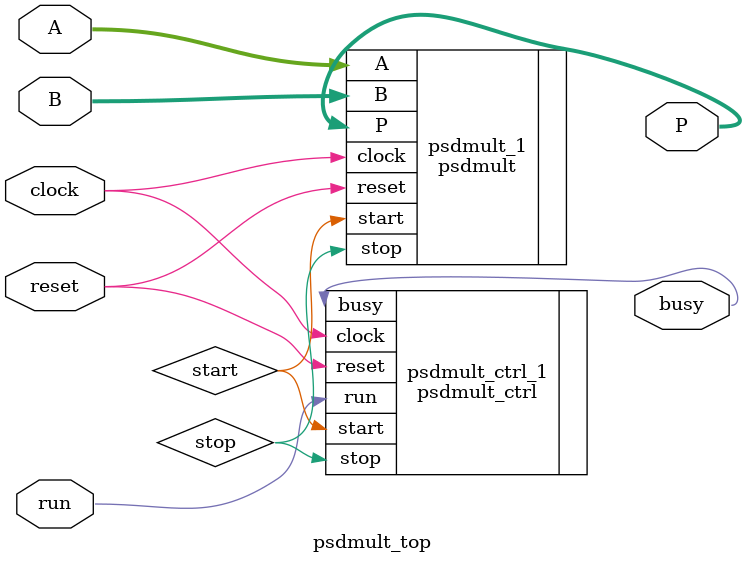
<source format=v>

`timescale 1ns/1ns

module psdmult_top (
                   input          clock,
				   input          reset,
				   input          run,
				   output         busy,
				   input  [15:0]   A,
				   input  [15:0]   B,
				   output [31:0]   P
				     );
				   
// Internal wires:
wire start, stop;

// Instantiate the divider datapath:
psdmult
       psdmult_1
      ( 
	    .clock( clock ), // master clock, active in the positive edge
        .reset( reset ), // master reset, synchronous and active high
		
        .start( start ), // set to 1 during one clock cycle to start a division
        .stop( stop ),   // set to 1 during one clock cycle to load the output registers
		
        .A( A ),  // the operands
        .B( B ), 
		
        .P( P )  // the results
        
		); 
      
// Instantiate the controller:
psdmult_ctrl
        psdmult_ctrl_1
		(
	      .clock( clock ), // master clock, active in the positive edge
          .reset( reset ), // master reset, synchronous and active high
		
		  .run( run ),     // set to 1 during one clock cycle to start a multiplication
          .start( start ), // set to 1 during one clock cycle to start a multiplication
          .stop( stop ),   // set to 1 during one clock cycle to load the output registers
          .busy( busy )
		);
		
endmodule
			   

</source>
